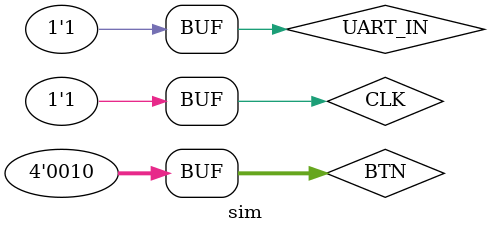
<source format=v>
`timescale 1ps / 1ps

module sim();
    reg  CLK;
    reg[3:0] BTN;
    reg  UART_IN;
    wire UART_OUT;
    wire[2:0] LED0;
    wire[2:0] LED1;

    top top0(CLK, BTN, UART_IN, UART_OUT, LED0, LED1);

    always begin
        CLK = 0; #10;
        CLK = 1; #10;
    end

//  + 0x2B 0010'1011
//  - 0x2D 0010'1101
//  > 0x3E 0011'1110
//  < 0x3C 0011'1100
//  [ 0x5B 0101'1011
//  ] 0x5D 0101'1101
//  . 0x2E 0010'1110

    initial begin
        BTN[1] = 1'b0;
        UART_IN = 1'b1; # 20000
        // ---------------------
        UART_IN = 1'b0; # 17360

        UART_IN = 1'b1; # 17360
        UART_IN = 1'b1; # 17360
        UART_IN = 1'b0; # 17360
        UART_IN = 1'b1; # 17360 // +
        UART_IN = 1'b0; # 17360
        UART_IN = 1'b1; # 17360
        UART_IN = 1'b0; # 17360
        UART_IN = 1'b0; # 17360

        UART_IN = 1'b1; # 17360
        // ---------------------
        UART_IN = 1'b0; # 17360

        UART_IN = 1'b1; # 17360
        UART_IN = 1'b1; # 17360
        UART_IN = 1'b0; # 17360
        UART_IN = 1'b1; # 17360
        UART_IN = 1'b0; # 17360 // +
        UART_IN = 1'b1; # 17360
        UART_IN = 1'b0; # 17360
        UART_IN = 1'b0; # 17360

        UART_IN = 1'b1; # 17360
        // ---------------------
        UART_IN = 1'b0; # 17360

        UART_IN = 1'b0; # 17360
        UART_IN = 1'b1; # 17360
        UART_IN = 1'b1; # 17360
        UART_IN = 1'b1; # 17360
        UART_IN = 1'b0; # 17360 // .
        UART_IN = 1'b1; # 17360
        UART_IN = 1'b0; # 17360
        UART_IN = 1'b0; # 17360

        UART_IN = 1'b1; # 17360
        // ---------------------
        UART_IN = 1'b0; # 17360

        UART_IN = 1'b1; # 17360
        UART_IN = 1'b1; # 17360
        UART_IN = 1'b0; # 17360
        UART_IN = 1'b1; # 17360
        UART_IN = 1'b1; # 17360 // [
        UART_IN = 1'b0; # 17360
        UART_IN = 1'b1; # 17360
        UART_IN = 1'b0; # 17360

        UART_IN = 1'b1; # 17360
        // ---------------------
        UART_IN = 1'b0; # 17360

        UART_IN = 1'b1; # 17360
        UART_IN = 1'b0; # 17360
        UART_IN = 1'b1; # 17360
        UART_IN = 1'b1; # 17360 // -
        UART_IN = 1'b0; # 17360
        UART_IN = 1'b1; # 17360
        UART_IN = 1'b0; # 17360
        UART_IN = 1'b0; # 17360

        UART_IN = 1'b1; # 17360
        // ---------------------
        UART_IN = 1'b0; # 17360

        UART_IN = 1'b1; # 17360
        UART_IN = 1'b0; # 17360
        UART_IN = 1'b1; # 17360
        UART_IN = 1'b1; # 17360 // ]
        UART_IN = 1'b1; # 17360
        UART_IN = 1'b0; # 17360
        UART_IN = 1'b1; # 17360
        UART_IN = 1'b0; # 17360

        UART_IN = 1'b1; # 17360
        //---------------------
        UART_IN = 1'b1; # 17360
        BTN[1] = 1'b1;
    end

    initial begin
        BTN[0] = 1'b0; #30
        BTN[0] = 1'b1; #30
        BTN[0] = 1'b0;
    end

//     initial begin
//         BTN[1] = 1'b0; #30
//         BTN[1] = 1'b1; #30
//         BTN[1] = 1'b0; # 500000
//         BTN[1] = 1'b1;
//         BTN[1] = 1'b1; # 20
//         BTN[1] = 1'b0;
//     end

    initial begin
        BTN[2] = 1'b0;
    end
    initial begin
        BTN[3] = 1'b0;
    end

//     initial begin
//         UART_ENABLE = 1'b0; # 90
//         UART_ENABLE = 1'b1; # 20
//         UART_ENABLE = 1'b0;
//     end

    //initial $monitor ($stime, "clock=%b, out=%b, data = %h", CLK, UART_OUT, UART_DATA);

endmodule






</source>
